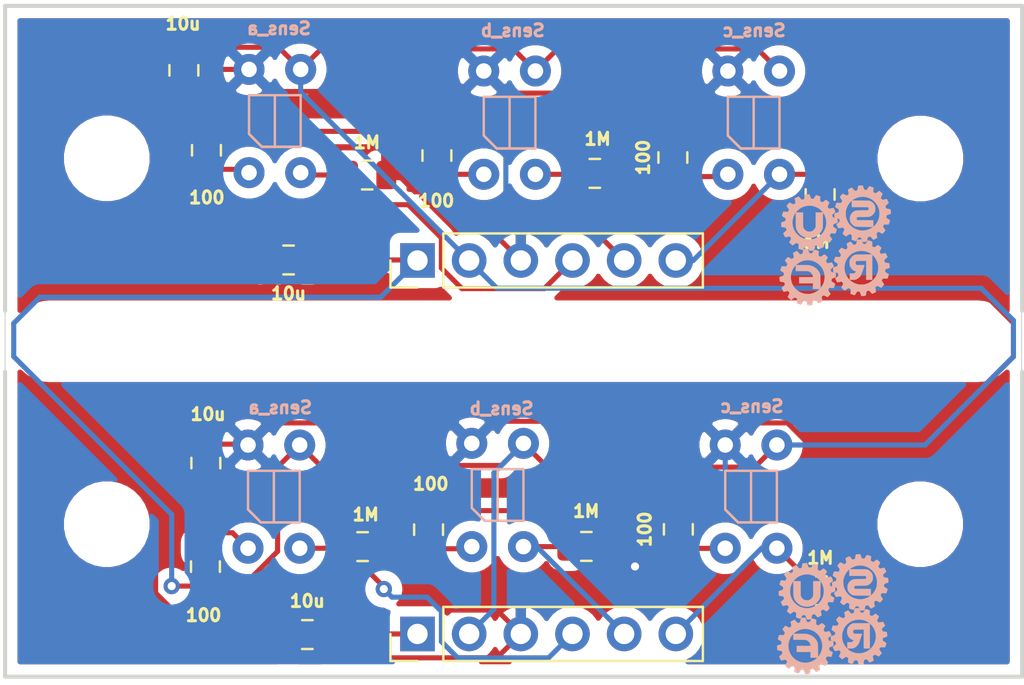
<source format=kicad_pcb>
(kicad_pcb (version 20171130) (host pcbnew "(6.0.0-rc1-dev-1521-g81a0ab4d7)")
  (layers (0 F.Cu signal) (31 B.Cu signal) (34 B.Paste user) (35 F.Paste user) (36 B.SilkS user) (37 F.SilkS user) (38 B.Mask user) (39 F.Mask user) (44 Edge.Cuts user))
  (net 0 "")
  (net 1 GND)
  (net 2 +5V)
  (net 3 +3V3)
  (net 4 /Line_out_1)
  (net 5 /Line_out_2)
  (net 6 /Line_out_3)
  (net 7 /Line_out_6)
  (net 8 /Line_out_5)
  (net 9 /Line_out_4)
  (net 10 "Net-(R1-Pad2)")
  (net 11 "Net-(R3-Pad2)")
  (net 12 "Net-(R5-Pad2)")
  (net 13 "Net-(R7-Pad2)")
  (net 14 "Net-(R9-Pad2)")
  (net 15 "Net-(R11-Pad2)")
  (module ビットマップエクスポート:SURF (layer B.Cu) (at 103.69 86.42 180)
    (fp_text reference G*** hide)
    (fp_text value LOGO hide)
  )
  (module MountingHole:MountingHole_3.2mm_M3 (layer F.Cu) (at 107.99 82)
    (fp_text reference " " (at 0 -4.2) (layer F.SilkS))
    (fp_text value " ")
    (pad 1 np_thru_hole circle (at 0 0) (size 3.2 3.2) (drill 3.2) (layers *.Cu *.Mask))
  )
  (module MountingHole:MountingHole_3.2mm_M3 (layer F.Cu) (at 68 82)
    (fp_text reference " " (at 0 -4.2) (layer F.SilkS))
    (fp_text value " ")
    (pad 1 np_thru_hole circle (at 0 0) (size 3.2 3.2) (drill 3.2) (layers *.Cu *.Mask))
  )
  (module MountingHole:MountingHole_3.2mm_M3 (layer F.Cu) (at 68 64)
    (fp_text reference " " (at 0 -4.2) (layer F.SilkS))
    (fp_text value " ")
    (pad 1 np_thru_hole circle (at 0 0) (size 3.2 3.2) (drill 3.2) (layers *.Cu *.Mask))
  )
  (module MountingHole:MountingHole_2.1mm (layer F.Cu) (at 88 73)
    (fp_text reference "" (at 0 -3.2) (layer F.SilkS))
    (fp_text value "")
    (pad "" np_thru_hole oval (at 0 0) (size 48.5 3) (drill oval 48.5 3) (layers *.Cu *.Mask))
  )
  (module ビットマップエクスポート:TPR-105F (layer B.Cu) (at 74.94404 80.643055)
    (fp_text reference Sens_a (at 1.57596 -4.383055) (layer B.SilkS) (effects (font (size 0.6 0.6)) (justify mirror)))
    (fp_text value " ")
    (pad 4 thru_hole circle (at 2.54 2.54) (size 1.524 1.524) (drill 0.762) (layers *.Cu *.Mask) (net 7 /Line_out_6))
    (pad 3 thru_hole circle (at 2.54 -2.54) (size 1.524 1.524) (drill 0.762) (layers *.Cu *.Mask) (net 3 +3V3))
    (pad 2 thru_hole circle (at 0 -2.54) (size 1.524 1.524) (drill 0.762) (layers *.Cu *.Mask) (net 1 GND))
    (pad 1 thru_hole circle (at 0 2.54) (size 1.524 1.524) (drill 0.762) (layers *.Cu *.Mask) (net 15 "Net-(R11-Pad2)"))
  )
  (module Capacitor_SMD:C_0805_2012Metric (layer F.Cu) (at 77.86 87.43 180)
    (fp_text reference C1)
    (fp_text value 10u (at 0 1.65 180) (layer F.SilkS) (effects (font (size 0.6 0.6))))
    (pad 2 smd roundrect (at 0.9375 0 180) (size 0.975 1.4) (layers F.Cu F.Paste F.Mask) (net 1 GND))
    (pad 1 smd roundrect (at -0.9375 0 180) (size 0.975 1.4) (layers F.Cu F.Paste F.Mask) (net 2 +5V))
  )
  (module Capacitor_SMD:C_0805_2012Metric (layer F.Cu) (at 72.87 78.9925 90)
    (fp_text reference C2)
    (fp_text value 10u (at 2.4025 0.11 180) (layer F.SilkS) (effects (font (size 0.6 0.6))))
    (pad 1 smd roundrect (at -0.9375 0 90) (size 0.975 1.4) (layers F.Cu F.Paste F.Mask) (net 3 +3V3))
    (pad 2 smd roundrect (at 0.9375 0 90) (size 0.975 1.4) (layers F.Cu F.Paste F.Mask) (net 1 GND))
  )
  (module Capacitor_SMD:C_0805_2012Metric (layer F.Cu) (at 76.9375 69 180)
    (fp_text reference 10u (at 0 -1.65 180) (layer F.SilkS) (effects (font (size 0.6 0.6))))
    (fp_text value 10u)
    (pad 2 smd roundrect (at 0.9375 0 180) (size 0.975 1.4) (layers F.Cu F.Paste F.Mask) (net 1 GND))
    (pad 1 smd roundrect (at -0.9375 0 180) (size 0.975 1.4) (layers F.Cu F.Paste F.Mask) (net 2 +5V))
  )
  (module Capacitor_SMD:C_0805_2012Metric (layer F.Cu) (at 71.79 59.67 270)
    (fp_text reference C4)
    (fp_text value 10u (at -2.29 0.04) (layer F.SilkS) (effects (font (size 0.6 0.6))))
    (pad 1 smd roundrect (at -0.9375 0 270) (size 0.975 1.4) (layers F.Cu F.Paste F.Mask) (net 3 +3V3))
    (pad 2 smd roundrect (at 0.9375 0 270) (size 0.975 1.4) (layers F.Cu F.Paste F.Mask) (net 1 GND))
  )
  (module Connector_PinHeader_2.54mm:PinHeader_1x06_P2.54mm_Vertical (layer F.Cu) (at 83.275 69.025 90)
    (fp_text reference " " (at 0 -2.33 90) (layer F.SilkS))
    (fp_text value " ")
    (pad 1 thru_hole rect (at 0 0 90) (size 1.7 1.7) (drill 1) (layers *.Cu *.Mask) (net 2 +5V))
    (pad 2 thru_hole oval (at 0 2.54 90) (size 1.7 1.7) (drill 1) (layers *.Cu *.Mask) (net 3 +3V3))
    (pad 3 thru_hole oval (at 0 5.08 90) (size 1.7 1.7) (drill 1) (layers *.Cu *.Mask) (net 1 GND))
    (pad 4 thru_hole oval (at 0 7.62 90) (size 1.7 1.7) (drill 1) (layers *.Cu *.Mask) (net 6 /Line_out_3))
    (pad 5 thru_hole oval (at 0 10.16 90) (size 1.7 1.7) (drill 1) (layers *.Cu *.Mask) (net 5 /Line_out_2))
    (pad 6 thru_hole oval (at 0 12.7 90) (size 1.7 1.7) (drill 1) (layers *.Cu *.Mask) (net 4 /Line_out_1))
  )
  (module Connector_PinHeader_2.54mm:PinHeader_1x06_P2.54mm_Vertical (layer F.Cu) (at 83.275 87.4 90)
    (fp_text reference " " (at 0 -2.33 90) (layer F.SilkS))
    (fp_text value " ")
    (pad 6 thru_hole oval (at 0 12.7 90) (size 1.7 1.7) (drill 1) (layers *.Cu *.Mask) (net 9 /Line_out_4))
    (pad 5 thru_hole oval (at 0 10.16 90) (size 1.7 1.7) (drill 1) (layers *.Cu *.Mask) (net 8 /Line_out_5))
    (pad 4 thru_hole oval (at 0 7.62 90) (size 1.7 1.7) (drill 1) (layers *.Cu *.Mask) (net 7 /Line_out_6))
    (pad 3 thru_hole oval (at 0 5.08 90) (size 1.7 1.7) (drill 1) (layers *.Cu *.Mask) (net 1 GND))
    (pad 2 thru_hole oval (at 0 2.54 90) (size 1.7 1.7) (drill 1) (layers *.Cu *.Mask) (net 3 +3V3))
    (pad 1 thru_hole rect (at 0 0 90) (size 1.7 1.7) (drill 1) (layers *.Cu *.Mask) (net 2 +5V))
  )
  (module Resistor_SMD:R_0805_2012Metric (layer F.Cu) (at 95.83 63.96 270)
    (fp_text reference R1)
    (fp_text value 100 (at 0 1.46 270) (layer F.SilkS) (effects (font (size 0.6 0.6))))
    (pad 1 smd roundrect (at -0.9375 0 270) (size 0.975 1.4) (layers F.Cu F.Paste F.Mask) (net 2 +5V))
    (pad 2 smd roundrect (at 0.9375 0 270) (size 0.975 1.4) (layers F.Cu F.Paste F.Mask) (net 10 "Net-(R1-Pad2)"))
  )
  (module Resistor_SMD:R_0805_2012Metric (layer F.Cu) (at 103.07 65.7775 270)
    (fp_text reference R2)
    (fp_text value 1M (at 2.3425 0.16) (layer F.SilkS) (effects (font (size 0.6 0.6))))
    (pad 2 smd roundrect (at 0.9375 0 270) (size 0.975 1.4) (layers F.Cu F.Paste F.Mask) (net 1 GND))
    (pad 1 smd roundrect (at -0.9375 0 270) (size 0.975 1.4) (layers F.Cu F.Paste F.Mask) (net 4 /Line_out_1))
  )
  (module Resistor_SMD:R_0805_2012Metric (layer F.Cu) (at 84.23 63.8625 270)
    (fp_text reference R3)
    (fp_text value 100 (at 2.2275 0.02 180) (layer F.SilkS) (effects (font (size 0.6 0.6))))
    (pad 1 smd roundrect (at -0.9375 0 270) (size 0.975 1.4) (layers F.Cu F.Paste F.Mask) (net 2 +5V))
    (pad 2 smd roundrect (at 0.9375 0 270) (size 0.975 1.4) (layers F.Cu F.Paste F.Mask) (net 11 "Net-(R3-Pad2)"))
  )
  (module Resistor_SMD:R_0805_2012Metric (layer F.Cu) (at 91.9925 64.74)
    (fp_text reference R4)
    (fp_text value 1M (at 0.1375 -1.69) (layer F.SilkS) (effects (font (size 0.6 0.6))))
    (pad 2 smd roundrect (at 0.9375 0) (size 0.975 1.4) (layers F.Cu F.Paste F.Mask) (net 1 GND))
    (pad 1 smd roundrect (at -0.9375 0) (size 0.975 1.4) (layers F.Cu F.Paste F.Mask) (net 5 /Line_out_2))
  )
  (module Resistor_SMD:R_0805_2012Metric (layer F.Cu) (at 72.9 63.6025 270)
    (fp_text reference R5)
    (fp_text value 100 (at 2.3275 -0.02) (layer F.SilkS) (effects (font (size 0.6 0.6))))
    (pad 1 smd roundrect (at -0.9375 0 270) (size 0.975 1.4) (layers F.Cu F.Paste F.Mask) (net 2 +5V))
    (pad 2 smd roundrect (at 0.9375 0 270) (size 0.975 1.4) (layers F.Cu F.Paste F.Mask) (net 12 "Net-(R5-Pad2)"))
  )
  (module Resistor_SMD:R_0805_2012Metric (layer F.Cu) (at 80.8025 64.82)
    (fp_text reference R6)
    (fp_text value 1M (at -0.0125 -1.6) (layer F.SilkS) (effects (font (size 0.6 0.6))))
    (pad 2 smd roundrect (at 0.9375 0) (size 0.975 1.4) (layers F.Cu F.Paste F.Mask) (net 1 GND))
    (pad 1 smd roundrect (at -0.9375 0) (size 0.975 1.4) (layers F.Cu F.Paste F.Mask) (net 6 /Line_out_3))
  )
  (module Resistor_SMD:R_0805_2012Metric (layer F.Cu) (at 96.1 82.2525 270)
    (fp_text reference R7)
    (fp_text value 100 (at 0 1.65 270) (layer F.SilkS) (effects (font (size 0.6 0.6))))
    (pad 1 smd roundrect (at -0.9375 0 270) (size 0.975 1.4) (layers F.Cu F.Paste F.Mask) (net 2 +5V))
    (pad 2 smd roundrect (at 0.9375 0 270) (size 0.975 1.4) (layers F.Cu F.Paste F.Mask) (net 13 "Net-(R7-Pad2)"))
  )
  (module Resistor_SMD:R_0805_2012Metric (layer F.Cu) (at 103.1375 85.28)
    (fp_text reference R8)
    (fp_text value 1M (at -0.0575 -1.62) (layer F.SilkS) (effects (font (size 0.6 0.6))))
    (pad 2 smd roundrect (at 0.9375 0) (size 0.975 1.4) (layers F.Cu F.Paste F.Mask) (net 1 GND))
    (pad 1 smd roundrect (at -0.9375 0) (size 0.975 1.4) (layers F.Cu F.Paste F.Mask) (net 9 /Line_out_4))
  )
  (module Resistor_SMD:R_0805_2012Metric (layer F.Cu) (at 83.82 82.27 270)
    (fp_text reference R9)
    (fp_text value 100 (at -2.25 -0.11) (layer F.SilkS) (effects (font (size 0.6 0.6))))
    (pad 1 smd roundrect (at -0.9375 0 270) (size 0.975 1.4) (layers F.Cu F.Paste F.Mask) (net 2 +5V))
    (pad 2 smd roundrect (at 0.9375 0 270) (size 0.975 1.4) (layers F.Cu F.Paste F.Mask) (net 14 "Net-(R9-Pad2)"))
  )
  (module Resistor_SMD:R_0805_2012Metric (layer F.Cu) (at 91.57654 83.093055)
    (fp_text reference R10)
    (fp_text value 1M (at -0.00654 -1.733055) (layer F.SilkS) (effects (font (size 0.6 0.6))))
    (pad 2 smd roundrect (at 0.9375 0) (size 0.975 1.4) (layers F.Cu F.Paste F.Mask) (net 1 GND))
    (pad 1 smd roundrect (at -0.9375 0) (size 0.975 1.4) (layers F.Cu F.Paste F.Mask) (net 8 /Line_out_5))
  )
  (module Resistor_SMD:R_0805_2012Metric (layer F.Cu) (at 72.85 84.0875 90)
    (fp_text reference R11)
    (fp_text value 100 (at -2.3925 -0.09 180) (layer F.SilkS) (effects (font (size 0.6 0.6))))
    (pad 1 smd roundrect (at -0.9375 0 90) (size 0.975 1.4) (layers F.Cu F.Paste F.Mask) (net 2 +5V))
    (pad 2 smd roundrect (at 0.9375 0 90) (size 0.975 1.4) (layers F.Cu F.Paste F.Mask) (net 15 "Net-(R11-Pad2)"))
  )
  (module Resistor_SMD:R_0805_2012Metric (layer F.Cu) (at 80.57654 83.103055)
    (fp_text reference R12)
    (fp_text value 1M (at 0.15346 -1.573055) (layer F.SilkS) (effects (font (size 0.6 0.6))))
    (pad 2 smd roundrect (at 0.9375 0) (size 0.975 1.4) (layers F.Cu F.Paste F.Mask) (net 1 GND))
    (pad 1 smd roundrect (at -0.9375 0) (size 0.975 1.4) (layers F.Cu F.Paste F.Mask) (net 7 /Line_out_6))
  )
  (module ビットマップエクスポート:TPR-105F (layer B.Cu) (at 98.532721 62.244428)
    (fp_text reference Sens_c (at 1.287279 -4.534428) (layer B.SilkS) (effects (font (size 0.6 0.6)) (justify mirror)))
    (fp_text value " ")
    (pad 4 thru_hole circle (at 2.54 2.54) (size 1.524 1.524) (drill 0.762) (layers *.Cu *.Mask) (net 4 /Line_out_1))
    (pad 3 thru_hole circle (at 2.54 -2.54) (size 1.524 1.524) (drill 0.762) (layers *.Cu *.Mask) (net 3 +3V3))
    (pad 2 thru_hole circle (at 0 -2.54) (size 1.524 1.524) (drill 0.762) (layers *.Cu *.Mask) (net 1 GND))
    (pad 1 thru_hole circle (at 0 2.54) (size 1.524 1.524) (drill 0.762) (layers *.Cu *.Mask) (net 10 "Net-(R1-Pad2)"))
  )
  (module ビットマップエクスポート:TPR-105F (layer B.Cu) (at 86.532721 62.244428)
    (fp_text reference Sens_b (at 1.427279 -4.534428) (layer B.SilkS) (effects (font (size 0.6 0.6)) (justify mirror)))
    (fp_text value " ")
    (pad 1 thru_hole circle (at 0 2.54) (size 1.524 1.524) (drill 0.762) (layers *.Cu *.Mask) (net 11 "Net-(R3-Pad2)"))
    (pad 2 thru_hole circle (at 0 -2.54) (size 1.524 1.524) (drill 0.762) (layers *.Cu *.Mask) (net 1 GND))
    (pad 3 thru_hole circle (at 2.54 -2.54) (size 1.524 1.524) (drill 0.762) (layers *.Cu *.Mask) (net 3 +3V3))
    (pad 4 thru_hole circle (at 2.54 2.54) (size 1.524 1.524) (drill 0.762) (layers *.Cu *.Mask) (net 5 /Line_out_2))
  )
  (module ビットマップエクスポート:TPR-105F (layer B.Cu) (at 74.992721 62.164428)
    (fp_text reference Sens_a (at 1.467279 -4.554428) (layer B.SilkS) (effects (font (size 0.6 0.6)) (justify mirror)))
    (fp_text value " ")
    (pad 1 thru_hole circle (at 0 2.54) (size 1.524 1.524) (drill 0.762) (layers *.Cu *.Mask) (net 12 "Net-(R5-Pad2)"))
    (pad 2 thru_hole circle (at 0 -2.54) (size 1.524 1.524) (drill 0.762) (layers *.Cu *.Mask) (net 1 GND))
    (pad 3 thru_hole circle (at 2.54 -2.54) (size 1.524 1.524) (drill 0.762) (layers *.Cu *.Mask) (net 3 +3V3))
    (pad 4 thru_hole circle (at 2.54 2.54) (size 1.524 1.524) (drill 0.762) (layers *.Cu *.Mask) (net 6 /Line_out_3))
  )
  (module ビットマップエクスポート:TPR-105F (layer B.Cu) (at 98.40404 80.643055)
    (fp_text reference Sens_c (at 1.30596 -4.443055) (layer B.SilkS) (effects (font (size 0.6 0.6)) (justify mirror)))
    (fp_text value " ")
    (pad 4 thru_hole circle (at 2.54 2.54) (size 1.524 1.524) (drill 0.762) (layers *.Cu *.Mask) (net 9 /Line_out_4))
    (pad 3 thru_hole circle (at 2.54 -2.54) (size 1.524 1.524) (drill 0.762) (layers *.Cu *.Mask) (net 3 +3V3))
    (pad 2 thru_hole circle (at 0 -2.54) (size 1.524 1.524) (drill 0.762) (layers *.Cu *.Mask) (net 1 GND))
    (pad 1 thru_hole circle (at 0 2.54) (size 1.524 1.524) (drill 0.762) (layers *.Cu *.Mask) (net 13 "Net-(R7-Pad2)"))
  )
  (module ビットマップエクスポート:TPR-105F (layer B.Cu) (at 85.94404 80.563055)
    (fp_text reference Sens_b (at 1.46596 -4.253055) (layer B.SilkS) (effects (font (size 0.6 0.6)) (justify mirror)))
    (fp_text value " ")
    (pad 1 thru_hole circle (at 0 2.54) (size 1.524 1.524) (drill 0.762) (layers *.Cu *.Mask) (net 14 "Net-(R9-Pad2)"))
    (pad 2 thru_hole circle (at 0 -2.54) (size 1.524 1.524) (drill 0.762) (layers *.Cu *.Mask) (net 1 GND))
    (pad 3 thru_hole circle (at 2.54 -2.54) (size 1.524 1.524) (drill 0.762) (layers *.Cu *.Mask) (net 3 +3V3))
    (pad 4 thru_hole circle (at 2.54 2.54) (size 1.524 1.524) (drill 0.762) (layers *.Cu *.Mask) (net 8 /Line_out_5))
  )
  (module MountingHole:MountingHole_3.2mm_M3 (layer F.Cu) (at 108 64.01)
    (fp_text reference " " (at 0 -4.2) (layer F.SilkS))
    (fp_text value " ")
    (pad 1 np_thru_hole circle (at 0 0) (size 3.2 3.2) (drill 3.2) (layers *.Cu *.Mask))
  )
  (module ビットマップエクスポート:SURF (layer B.Cu) (at 103.81 68.28 180)
    (fp_text reference G*** hide)
    (fp_text value LOGO hide)
  )
  (gr_line (start 63 71.5) (end 63 74.500001) (layer Edge.Cuts) (width 0.05))
  (gr_line (start 112.975 71.475) (end 112.975 74.525) (layer Edge.Cuts) (width 0.05))
  (gr_line (start 63 56.500001) (end 63 71.5) (layer Edge.Cuts) (width 0.2))
  (gr_line (start 113 56.500001) (end 63 56.500001) (layer Edge.Cuts) (width 0.2))
  (gr_line (start 113 71.5) (end 113 56.500001) (layer Edge.Cuts) (width 0.2))
  (gr_line (start 63 74.500001) (end 63 89.5) (layer Edge.Cuts) (width 0.2))
  (gr_line (start 113 89.5) (end 113 74.500001) (layer Edge.Cuts) (width 0.2))
  (gr_line (start 63 89.5) (end 113 89.5) (layer Edge.Cuts) (width 0.2))
  (segment (start 87.29472 60.466427) (end 86.532721 59.704428) (width 0.25) (layer F.Cu) (net 1))
  (segment (start 87.619722 60.791429) (end 87.29472 60.466427) (width 0.25) (layer F.Cu) (net 1))
  (segment (start 97.44572 60.791429) (end 87.619722 60.791429) (width 0.25) (layer F.Cu) (net 1))
  (segment (start 98.532721 59.704428) (end 97.44572 60.791429) (width 0.25) (layer F.Cu) (net 1))
  (segment (start 75.75472 60.386427) (end 74.992721 59.624428) (width 0.25) (layer F.Cu) (net 1))
  (segment (start 76.079722 60.711429) (end 75.75472 60.386427) (width 0.25) (layer F.Cu) (net 1))
  (segment (start 85.52572 60.711429) (end 76.079722 60.711429) (width 0.25) (layer F.Cu) (net 1))
  (segment (start 86.532721 59.704428) (end 85.52572 60.711429) (width 0.25) (layer F.Cu) (net 1))
  (segment (start 72.695572 59.624428) (end 71.46 60.86) (width 0.25) (layer F.Cu) (net 1))
  (segment (start 74.992721 59.624428) (end 72.695572 59.624428) (width 0.25) (layer F.Cu) (net 1))
  (segment (start 88.355 67.822919) (end 88.355 69.025) (width 0.25) (layer B.Cu) (net 1))
  (segment (start 87.619722 67.087641) (end 88.355 67.822919) (width 0.25) (layer B.Cu) (net 1))
  (segment (start 87.619722 60.791429) (end 87.619722 67.087641) (width 0.25) (layer B.Cu) (net 1))
  (segment (start 86.532721 59.704428) (end 87.619722 60.791429) (width 0.25) (layer B.Cu) (net 1))
  (segment (start 75.35815 69) (end 75.30815 69.05) (width 0.25) (layer F.Cu) (net 1))
  (segment (start 76 69) (end 75.35815 69) (width 0.25) (layer F.Cu) (net 1))
  (segment (start 75.30815 69.05) (end 71.78 69.05) (width 0.25) (layer F.Cu) (net 1))
  (segment (start 71.78 69.05) (end 70.43 67.7) (width 0.25) (layer F.Cu) (net 1))
  (segment (start 70.43 61.89) (end 71.46 60.86) (width 0.25) (layer F.Cu) (net 1))
  (segment (start 70.43 67.7) (end 70.43 61.89) (width 0.25) (layer F.Cu) (net 1))
  (segment (start 84.979989 65.649989) (end 87.505001 68.175001) (width 0.25) (layer F.Cu) (net 1))
  (segment (start 87.505001 68.175001) (end 88.355 69.025) (width 0.25) (layer F.Cu) (net 1))
  (segment (start 83.157489 65.649989) (end 84.979989 65.649989) (width 0.25) (layer F.Cu) (net 1))
  (segment (start 82.3275 64.82) (end 83.157489 65.649989) (width 0.25) (layer F.Cu) (net 1))
  (segment (start 81.74 64.82) (end 82.3275 64.82) (width 0.25) (layer F.Cu) (net 1))
  (segment (start 94.8875 66.6975) (end 103.64 66.6975) (width 0.25) (layer F.Cu) (net 1))
  (segment (start 92.93 64.74) (end 94.8875 66.6975) (width 0.25) (layer F.Cu) (net 1))
  (segment (start 99.29472 60.466427) (end 98.532721 59.704428) (width 0.25) (layer F.Cu) (net 1))
  (segment (start 102.52572 63.697427) (end 99.29472 60.466427) (width 0.25) (layer F.Cu) (net 1))
  (segment (start 104.019277 63.697427) (end 102.52572 63.697427) (width 0.25) (layer F.Cu) (net 1))
  (segment (start 104.66501 64.34316) (end 104.019277 63.697427) (width 0.25) (layer F.Cu) (net 1))
  (segment (start 104.66501 65.67249) (end 104.66501 64.34316) (width 0.25) (layer F.Cu) (net 1))
  (segment (start 103.64 66.6975) (end 104.66501 65.67249) (width 0.25) (layer F.Cu) (net 1))
  (segment (start 97.642041 77.341056) (end 98.40404 78.103055) (width 0.25) (layer F.Cu) (net 1))
  (segment (start 97.237039 76.936054) (end 97.642041 77.341056) (width 0.25) (layer F.Cu) (net 1))
  (segment (start 87.031041 76.936054) (end 97.237039 76.936054) (width 0.25) (layer F.Cu) (net 1))
  (segment (start 85.94404 78.023055) (end 87.031041 76.936054) (width 0.25) (layer F.Cu) (net 1))
  (segment (start 76.031041 77.016054) (end 84.937039 77.016054) (width 0.25) (layer F.Cu) (net 1))
  (segment (start 74.94404 78.103055) (end 76.031041 77.016054) (width 0.25) (layer F.Cu) (net 1))
  (segment (start 85.182041 77.261056) (end 85.94404 78.023055) (width 0.25) (layer F.Cu) (net 1))
  (segment (start 84.937039 77.016054) (end 85.182041 77.261056) (width 0.25) (layer F.Cu) (net 1))
  (segment (start 87.505001 86.550001) (end 88.355 87.4) (width 0.25) (layer F.Cu) (net 1))
  (segment (start 87.179999 86.224999) (end 87.505001 86.550001) (width 0.25) (layer F.Cu) (net 1))
  (segment (start 84.635984 86.224999) (end 87.179999 86.224999) (width 0.25) (layer F.Cu) (net 1))
  (segment (start 81.51404 83.103055) (end 84.635984 86.224999) (width 0.25) (layer F.Cu) (net 1))
  (segment (start 87.505001 88.249999) (end 88.355 87.4) (width 0.25) (layer F.Cu) (net 1))
  (segment (start 87.179999 88.575001) (end 87.505001 88.249999) (width 0.25) (layer F.Cu) (net 1))
  (segment (start 78.067501 88.575001) (end 87.179999 88.575001) (width 0.25) (layer F.Cu) (net 1))
  (segment (start 76.9225 87.43) (end 78.067501 88.575001) (width 0.25) (layer F.Cu) (net 1))
  (via (at 93.97 84.08) (size 0.8) (drill 0.4) (layers F.Cu B.Cu) (net 1))
  (segment (start 92.51404 83.093055) (end 92.983055 83.093055) (width 0.25) (layer F.Cu) (net 1))
  (segment (start 92.983055 83.093055) (end 93.97 84.08) (width 0.25) (layer F.Cu) (net 1))
  (segment (start 98.40404 79.64596) (end 98.40404 78.103055) (width 0.25) (layer B.Cu) (net 1))
  (segment (start 93.97 84.08) (end 98.40404 79.64596) (width 0.25) (layer B.Cu) (net 1))
  (segment (start 104.075 84.442095) (end 104.075 85.28) (width 0.25) (layer F.Cu) (net 1))
  (segment (start 99.491041 77.016054) (end 101.465801 77.016054) (width 0.25) (layer F.Cu) (net 1))
  (segment (start 98.40404 78.103055) (end 99.491041 77.016054) (width 0.25) (layer F.Cu) (net 1))
  (segment (start 101.465801 77.016054) (end 103.33 78.880253) (width 0.25) (layer F.Cu) (net 1))
  (segment (start 103.33 78.880253) (end 103.33 82.35) (width 0.25) (layer F.Cu) (net 1))
  (segment (start 103.33 82.35) (end 104.075 83.095) (width 0.25) (layer F.Cu) (net 1))
  (segment (start 104.075 83.095) (end 104.075 84.442095) (width 0.25) (layer F.Cu) (net 1))
  (segment (start 103.626237 67.271237) (end 107.741237 67.271237) (width 0.25) (layer F.Cu) (net 1))
  (segment (start 103.07 66.715) (end 103.626237 67.271237) (width 0.25) (layer F.Cu) (net 1))
  (segment (start 112.57501 73.755943) (end 109.330953 77) (width 0.25) (layer F.Cu) (net 1))
  (segment (start 107.741237 67.271237) (end 112.57501 72.10501) (width 0.25) (layer F.Cu) (net 1))
  (segment (start 112.57501 72.10501) (end 112.57501 73.755943) (width 0.25) (layer F.Cu) (net 1))
  (segment (start 101.481855 77) (end 101.465801 77.016054) (width 0.25) (layer F.Cu) (net 1))
  (segment (start 109.330953 77) (end 101.481855 77) (width 0.25) (layer F.Cu) (net 1))
  (segment (start 74.900985 78.06) (end 74.94404 78.103055) (width 0.25) (layer F.Cu) (net 1))
  (segment (start 72.2 78.06) (end 74.900985 78.06) (width 0.25) (layer F.Cu) (net 1))
  (segment (start 71.17499 81.882996) (end 71.17499 79.08501) (width 0.25) (layer F.Cu) (net 1))
  (segment (start 76.335 87.43) (end 75.085 86.18) (width 0.25) (layer F.Cu) (net 1))
  (segment (start 76.9225 87.43) (end 76.335 87.43) (width 0.25) (layer F.Cu) (net 1))
  (segment (start 75.085 86.18) (end 71.2 86.18) (width 0.25) (layer F.Cu) (net 1))
  (segment (start 71.2 86.18) (end 70.4 85.38) (width 0.25) (layer F.Cu) (net 1))
  (segment (start 70.4 85.38) (end 70.4 82.657986) (width 0.25) (layer F.Cu) (net 1))
  (segment (start 71.17499 79.08501) (end 72.2 78.06) (width 0.25) (layer F.Cu) (net 1))
  (segment (start 70.4 82.657986) (end 71.17499 81.882996) (width 0.25) (layer F.Cu) (net 1))
  (segment (start 83.9775 62.6725) (end 84.23 62.925) (width 0.25) (layer F.Cu) (net 2))
  (segment (start 72.41 62.6725) (end 83.9775 62.6725) (width 0.25) (layer F.Cu) (net 2))
  (segment (start 95.7325 62.925) (end 95.83 63.0225) (width 0.25) (layer F.Cu) (net 2))
  (segment (start 84.23 62.925) (end 95.7325 62.925) (width 0.25) (layer F.Cu) (net 2))
  (segment (start 71.38499 63.69751) (end 71.37249 63.69751) (width 0.25) (layer F.Cu) (net 2))
  (segment (start 72.41 62.6725) (end 71.38499 63.69751) (width 0.25) (layer F.Cu) (net 2))
  (segment (start 71.37249 63.69751) (end 71.07 64) (width 0.25) (layer F.Cu) (net 2))
  (segment (start 71.07 64.71185) (end 71.06 64.72185) (width 0.25) (layer F.Cu) (net 2))
  (segment (start 71.07 64) (end 71.07 64.71185) (width 0.25) (layer F.Cu) (net 2))
  (segment (start 71.06 64.72185) (end 71.06 65.6) (width 0.25) (layer F.Cu) (net 2))
  (segment (start 71.06 65.6) (end 72.55 67.09) (width 0.25) (layer F.Cu) (net 2))
  (segment (start 75.965 67.09) (end 77.875 69) (width 0.25) (layer F.Cu) (net 2))
  (segment (start 72.55 67.09) (end 75.965 67.09) (width 0.25) (layer F.Cu) (net 2))
  (segment (start 83.25 69) (end 83.275 69.025) (width 0.25) (layer F.Cu) (net 2))
  (segment (start 77.875 69) (end 83.25 69) (width 0.25) (layer F.Cu) (net 2))
  (segment (start 96.0825 81.3325) (end 96.1 81.315) (width 0.25) (layer F.Cu) (net 2))
  (segment (start 83.82 81.3325) (end 96.0825 81.3325) (width 0.25) (layer F.Cu) (net 2))
  (segment (start 76.397039 83.338818) (end 76.397039 81.672961) (width 0.25) (layer F.Cu) (net 2))
  (segment (start 72.39 85.045) (end 74.690857 85.045) (width 0.25) (layer F.Cu) (net 2))
  (segment (start 74.690857 85.045) (end 76.397039 83.338818) (width 0.25) (layer F.Cu) (net 2))
  (segment (start 76.7375 81.3325) (end 83.82 81.3325) (width 0.25) (layer F.Cu) (net 2))
  (segment (start 76.397039 81.672961) (end 76.7375 81.3325) (width 0.25) (layer F.Cu) (net 2))
  (segment (start 78.8275 87.4) (end 78.7975 87.43) (width 0.25) (layer F.Cu) (net 2))
  (segment (start 83.275 87.4) (end 78.8275 87.4) (width 0.25) (layer F.Cu) (net 2))
  (segment (start 76.4125 85.045) (end 72.39 85.045) (width 0.25) (layer F.Cu) (net 2))
  (segment (start 78.7975 87.43) (end 76.4125 85.045) (width 0.25) (layer F.Cu) (net 2))
  (via (at 71.189998 85.045) (size 0.8) (drill 0.4) (layers F.Cu B.Cu) (net 2))
  (segment (start 72.39 85.045) (end 71.189998 85.045) (width 0.25) (layer F.Cu) (net 2))
  (segment (start 71.189998 84.479315) (end 71.189998 85.045) (width 0.25) (layer B.Cu) (net 2))
  (segment (start 81.47 70.83) (end 64.71 70.83) (width 0.25) (layer B.Cu) (net 2))
  (segment (start 83.275 69.025) (end 81.47 70.83) (width 0.25) (layer B.Cu) (net 2))
  (segment (start 64.71 70.83) (end 63.42499 72.11501) (width 0.25) (layer B.Cu) (net 2))
  (segment (start 63.42499 72.11501) (end 63.42499 73.755943) (width 0.25) (layer B.Cu) (net 2))
  (segment (start 63.42499 73.755943) (end 71.189998 81.520951) (width 0.25) (layer B.Cu) (net 2))
  (segment (start 71.189998 81.520951) (end 71.189998 84.479315) (width 0.25) (layer B.Cu) (net 2))
  (segment (start 76.770722 58.862429) (end 77.532721 59.624428) (width 0.25) (layer F.Cu) (net 3))
  (segment (start 76.44572 58.537427) (end 76.770722 58.862429) (width 0.25) (layer F.Cu) (net 3))
  (segment (start 72.707573 58.537427) (end 76.44572 58.537427) (width 0.25) (layer F.Cu) (net 3))
  (segment (start 72.26 58.985) (end 72.707573 58.537427) (width 0.25) (layer F.Cu) (net 3))
  (segment (start 71.46 58.985) (end 72.26 58.985) (width 0.25) (layer F.Cu) (net 3))
  (segment (start 88.310722 58.942429) (end 89.072721 59.704428) (width 0.25) (layer F.Cu) (net 3))
  (segment (start 87.98572 58.617427) (end 88.310722 58.942429) (width 0.25) (layer F.Cu) (net 3))
  (segment (start 78.539722 58.617427) (end 87.98572 58.617427) (width 0.25) (layer F.Cu) (net 3))
  (segment (start 77.532721 59.624428) (end 78.539722 58.617427) (width 0.25) (layer F.Cu) (net 3))
  (segment (start 100.310722 58.942429) (end 101.072721 59.704428) (width 0.25) (layer F.Cu) (net 3))
  (segment (start 99.98572 58.617427) (end 100.310722 58.942429) (width 0.25) (layer F.Cu) (net 3))
  (segment (start 90.159722 58.617427) (end 99.98572 58.617427) (width 0.25) (layer F.Cu) (net 3))
  (segment (start 89.072721 59.704428) (end 90.159722 58.617427) (width 0.25) (layer F.Cu) (net 3))
  (segment (start 77.532721 60.742721) (end 77.532721 59.624428) (width 0.25) (layer B.Cu) (net 3))
  (segment (start 85.815 69.025) (end 77.532721 60.742721) (width 0.25) (layer B.Cu) (net 3))
  (segment (start 89.246039 78.785054) (end 88.48404 78.023055) (width 0.25) (layer F.Cu) (net 3))
  (segment (start 89.651041 79.190056) (end 89.246039 78.785054) (width 0.25) (layer F.Cu) (net 3))
  (segment (start 99.857039 79.190056) (end 89.651041 79.190056) (width 0.25) (layer F.Cu) (net 3))
  (segment (start 100.94404 78.103055) (end 99.857039 79.190056) (width 0.25) (layer F.Cu) (net 3))
  (segment (start 78.246039 78.865054) (end 77.48404 78.103055) (width 0.25) (layer F.Cu) (net 3))
  (segment (start 78.491041 79.110056) (end 78.246039 78.865054) (width 0.25) (layer F.Cu) (net 3))
  (segment (start 87.397039 79.110056) (end 78.491041 79.110056) (width 0.25) (layer F.Cu) (net 3))
  (segment (start 88.48404 78.023055) (end 87.397039 79.110056) (width 0.25) (layer F.Cu) (net 3))
  (segment (start 75.652095 79.935) (end 77.48404 78.103055) (width 0.25) (layer F.Cu) (net 3))
  (segment (start 87.722041 78.785054) (end 88.48404 78.023055) (width 0.25) (layer B.Cu) (net 3))
  (segment (start 87.031041 79.476054) (end 87.722041 78.785054) (width 0.25) (layer B.Cu) (net 3))
  (segment (start 87.031041 86.183959) (end 87.031041 79.476054) (width 0.25) (layer B.Cu) (net 3))
  (segment (start 85.815 87.4) (end 87.031041 86.183959) (width 0.25) (layer B.Cu) (net 3))
  (segment (start 102.02167 78.103055) (end 100.94404 78.103055) (width 0.25) (layer B.Cu) (net 3))
  (segment (start 87.18 70.39) (end 110.99 70.39) (width 0.25) (layer B.Cu) (net 3))
  (segment (start 85.815 69.025) (end 87.18 70.39) (width 0.25) (layer B.Cu) (net 3))
  (segment (start 110.99 70.39) (end 112.57501 71.97501) (width 0.25) (layer B.Cu) (net 3))
  (segment (start 112.57501 71.97501) (end 112.57501 73.755943) (width 0.25) (layer B.Cu) (net 3))
  (segment (start 112.57501 73.755943) (end 108.227898 78.103055) (width 0.25) (layer B.Cu) (net 3))
  (segment (start 108.227898 78.103055) (end 102.02167 78.103055) (width 0.25) (layer B.Cu) (net 3))
  (segment (start 75.647095 79.93) (end 75.652095 79.935) (width 0.25) (layer F.Cu) (net 3))
  (segment (start 72.87 79.93) (end 75.647095 79.93) (width 0.25) (layer F.Cu) (net 3))
  (segment (start 103.601928 64.784428) (end 103.64 64.8225) (width 0.25) (layer F.Cu) (net 4))
  (segment (start 96.832149 69.025) (end 95.975 69.025) (width 0.25) (layer B.Cu) (net 4))
  (segment (start 101.072721 64.784428) (end 96.832149 69.025) (width 0.25) (layer B.Cu) (net 4))
  (segment (start 103.014428 64.784428) (end 103.07 64.84) (width 0.25) (layer F.Cu) (net 4))
  (segment (start 101.072721 64.784428) (end 103.014428 64.784428) (width 0.25) (layer F.Cu) (net 4))
  (segment (start 91.010572 64.784428) (end 91.055 64.74) (width 0.25) (layer F.Cu) (net 5))
  (segment (start 89.072721 64.784428) (end 91.010572 64.784428) (width 0.25) (layer F.Cu) (net 5))
  (segment (start 91.055 66.645) (end 93.435 69.025) (width 0.25) (layer F.Cu) (net 5))
  (segment (start 91.055 64.74) (end 91.055 66.645) (width 0.25) (layer F.Cu) (net 5))
  (segment (start 77.648293 64.82) (end 77.532721 64.704428) (width 0.25) (layer F.Cu) (net 6))
  (segment (start 79.865 64.82) (end 77.648293 64.82) (width 0.25) (layer F.Cu) (net 6))
  (segment (start 80.56 66.28) (end 79.865 65.585) (width 0.25) (layer F.Cu) (net 6))
  (segment (start 89.51 70.41) (end 85.460998 70.41) (width 0.25) (layer F.Cu) (net 6))
  (segment (start 90.895 69.025) (end 89.51 70.41) (width 0.25) (layer F.Cu) (net 6))
  (segment (start 79.865 65.585) (end 79.865 64.82) (width 0.25) (layer F.Cu) (net 6))
  (segment (start 85.460998 70.41) (end 84.450001 69.399003) (width 0.25) (layer F.Cu) (net 6))
  (segment (start 84.450001 69.399003) (end 84.450001 67.914999) (width 0.25) (layer F.Cu) (net 6))
  (segment (start 84.450001 67.914999) (end 82.815002 66.28) (width 0.25) (layer F.Cu) (net 6))
  (segment (start 82.815002 66.28) (end 80.56 66.28) (width 0.25) (layer F.Cu) (net 6))
  (segment (start 79.55904 83.183055) (end 79.63904 83.103055) (width 0.25) (layer F.Cu) (net 7))
  (segment (start 77.48404 83.183055) (end 79.55904 83.183055) (width 0.25) (layer F.Cu) (net 7))
  (via (at 81.62 85.19) (size 0.8) (drill 0.4) (layers F.Cu B.Cu) (net 7))
  (segment (start 79.63904 83.103055) (end 81.62 85.084015) (width 0.25) (layer F.Cu) (net 7))
  (segment (start 81.62 85.084015) (end 81.62 85.19) (width 0.25) (layer F.Cu) (net 7))
  (segment (start 85.250999 88.575001) (end 89.719999 88.575001) (width 0.25) (layer B.Cu) (net 7))
  (segment (start 84.450001 87.774003) (end 85.250999 88.575001) (width 0.25) (layer B.Cu) (net 7))
  (segment (start 84.450001 86.289999) (end 84.450001 87.774003) (width 0.25) (layer B.Cu) (net 7))
  (segment (start 89.719999 88.575001) (end 90.045001 88.249999) (width 0.25) (layer B.Cu) (net 7))
  (segment (start 83.750001 85.589999) (end 84.450001 86.289999) (width 0.25) (layer B.Cu) (net 7))
  (segment (start 90.045001 88.249999) (end 90.895 87.4) (width 0.25) (layer B.Cu) (net 7))
  (segment (start 82.019999 85.589999) (end 83.750001 85.589999) (width 0.25) (layer B.Cu) (net 7))
  (segment (start 81.62 85.19) (end 82.019999 85.589999) (width 0.25) (layer B.Cu) (net 7))
  (segment (start 90.62904 83.103055) (end 90.63904 83.093055) (width 0.25) (layer F.Cu) (net 8))
  (segment (start 88.48404 83.103055) (end 90.62904 83.103055) (width 0.25) (layer F.Cu) (net 8))
  (segment (start 89.138055 83.103055) (end 88.48404 83.103055) (width 0.25) (layer B.Cu) (net 8))
  (segment (start 93.435 87.4) (end 89.138055 83.103055) (width 0.25) (layer B.Cu) (net 8))
  (segment (start 100.191945 83.183055) (end 100.94404 83.183055) (width 0.25) (layer B.Cu) (net 9))
  (segment (start 95.975 87.4) (end 100.191945 83.183055) (width 0.25) (layer B.Cu) (net 9))
  (segment (start 102.2 84.439015) (end 102.2 85.28) (width 0.25) (layer F.Cu) (net 9))
  (segment (start 100.94404 83.183055) (end 102.2 84.439015) (width 0.25) (layer F.Cu) (net 9))
  (segment (start 98.419649 64.8975) (end 98.532721 64.784428) (width 0.25) (layer F.Cu) (net 10))
  (segment (start 95.83 64.8975) (end 98.419649 64.8975) (width 0.25) (layer F.Cu) (net 10))
  (segment (start 84.245572 64.784428) (end 84.23 64.8) (width 0.25) (layer F.Cu) (net 11))
  (segment (start 86.532721 64.784428) (end 84.245572 64.784428) (width 0.25) (layer F.Cu) (net 11))
  (segment (start 72.566928 64.704428) (end 72.41 64.5475) (width 0.25) (layer F.Cu) (net 12))
  (segment (start 74.828293 64.54) (end 74.992721 64.704428) (width 0.25) (layer F.Cu) (net 12))
  (segment (start 72.9 64.54) (end 74.828293 64.54) (width 0.25) (layer F.Cu) (net 12))
  (segment (start 98.397095 83.19) (end 98.40404 83.183055) (width 0.25) (layer F.Cu) (net 13))
  (segment (start 96.1 83.19) (end 98.397095 83.19) (width 0.25) (layer F.Cu) (net 13))
  (segment (start 85.839595 83.2075) (end 85.94404 83.103055) (width 0.25) (layer F.Cu) (net 14))
  (segment (start 83.82 83.2075) (end 85.839595 83.2075) (width 0.25) (layer F.Cu) (net 14))
  (segment (start 72.403055 83.183055) (end 72.39 83.17) (width 0.25) (layer F.Cu) (net 15))
  (segment (start 74.182041 82.421056) (end 74.94404 83.183055) (width 0.25) (layer F.Cu) (net 15))
  (segment (start 73.578944 82.421056) (end 74.182041 82.421056) (width 0.25) (layer F.Cu) (net 15))
  (segment (start 72.85 83.15) (end 73.578944 82.421056) (width 0.25) (layer F.Cu) (net 15))
  (zone (net 1) (net_name GND) (layer B.Cu) (connect_pads (clearance 0.508)) (min_thickness 0.254) (fill yes (arc_segments 32) (thermal_gap 0.508) (thermal_bridge_width 0.508))
    (polygon (pts (xy 112.96 56.56) (xy 112.89 89.64) (xy 62.75 89.5) (xy 63.167219 56.430461)))
  )
  (zone (net 1) (net_name GND) (layer F.Cu) (connect_pads (clearance 0.508)) (min_thickness 0.254) (fill yes (arc_segments 32) (thermal_gap 0.508) (thermal_bridge_width 0.508))
    (polygon (pts (xy 63.03 56.66) (xy 112.91 56.51) (xy 112.89 89.38) (xy 62.99 89.32) (xy 63.08 56.62)))
  )
)
</source>
